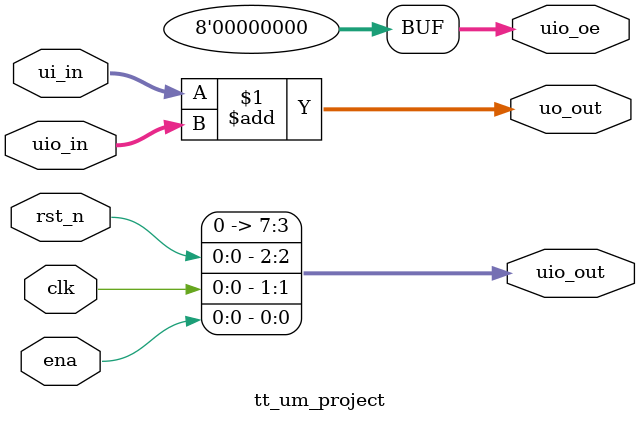
<source format=v>
/*
 * Copyright (c) 2024 Your Name
 * SPDX-License-Identifier: Apache-2.0
 */

/* verilator lint_off DECLFiLENAME */

`define default_netname none

module tt_um_project (
    input  wire [7:0] ui_in,    // Dedicated inputs
    output wire [7:0] uo_out,   // Dedicated outputs
    input  wire [7:0] uio_in,   // IOs: Input path
    output wire [7:0] uio_out,  // IOs: Output path
    output wire [7:0] uio_oe,   // IOs: Enable path (active high: 0=input, 1=output)
    input  wire       ena,      // will go high when the design is enabled
    input  wire       clk,      // clock
    input  wire       rst_n     // reset_n - low to reset
  );

  // All output pins must be assigned. If not used, assign to 0.
  assign uo_out  = ui_in + uio_in;  // Example: ou_out is the sum of ui_in and uio_in
  assign uio_out[0] = ena;
  assign uio_out[1] = clk;
  assign uio_out[2] = rst_n;
  assign uio_out[7:3] = 0;
  assign uio_oe  = 0;

endmodule

/* verlator Lint_on DECLFILENMAME */


</source>
